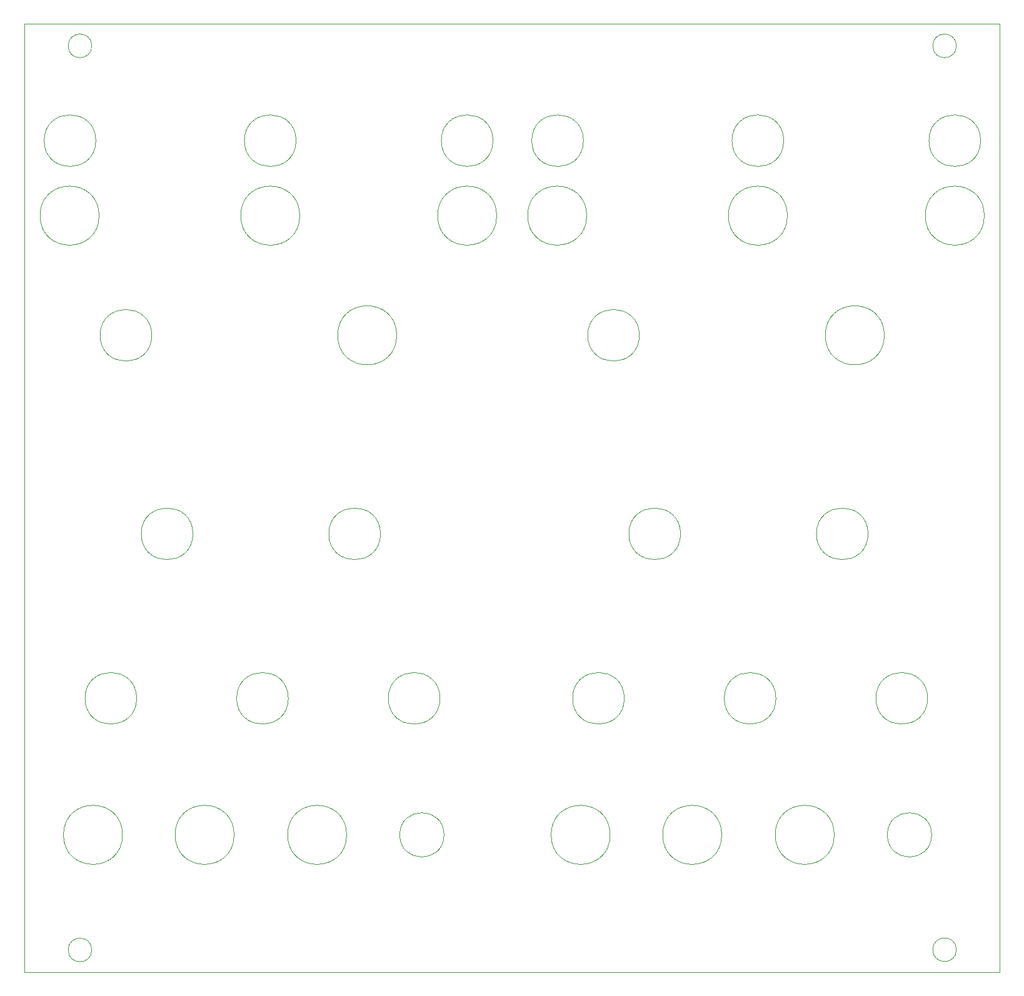
<source format=gm1>
%TF.GenerationSoftware,KiCad,Pcbnew,(5.1.12)-1*%
%TF.CreationDate,2021-11-26T16:48:14-08:00*%
%TF.ProjectId,VCF Front Pannel,56434620-4672-46f6-9e74-2050616e6e65,rev?*%
%TF.SameCoordinates,Original*%
%TF.FileFunction,Profile,NP*%
%FSLAX46Y46*%
G04 Gerber Fmt 4.6, Leading zero omitted, Abs format (unit mm)*
G04 Created by KiCad (PCBNEW (5.1.12)-1) date 2021-11-26 16:48:14*
%MOMM*%
%LPD*%
G01*
G04 APERTURE LIST*
%TA.AperFunction,Profile*%
%ADD10C,0.050000*%
%TD*%
G04 APERTURE END LIST*
D10*
X134310000Y-40640000D02*
G75*
G03*
X134310000Y-40640000I-3500000J0D01*
G01*
X160980000Y-40640000D02*
G75*
G03*
X160980000Y-40640000I-3500000J0D01*
G01*
X145740000Y-93915000D02*
G75*
G03*
X145740000Y-93915000I-3500000J0D01*
G01*
X107190000Y-40640000D02*
G75*
G03*
X107190000Y-40640000I-3500000J0D01*
G01*
X107632000Y-50800000D02*
G75*
G03*
X107632000Y-50800000I-4000000J0D01*
G01*
X134810000Y-50800000D02*
G75*
G03*
X134810000Y-50800000I-4000000J0D01*
G01*
X161480000Y-50800000D02*
G75*
G03*
X161480000Y-50800000I-4000000J0D01*
G01*
X141160000Y-134702000D02*
G75*
G03*
X141160000Y-134702000I-4000000J0D01*
G01*
X125920000Y-134702000D02*
G75*
G03*
X125920000Y-134702000I-4000000J0D01*
G01*
X110807000Y-134702000D02*
G75*
G03*
X110807000Y-134702000I-4000000J0D01*
G01*
X133260000Y-116205000D02*
G75*
G03*
X133260000Y-116205000I-3500000J0D01*
G01*
X153800000Y-116205000D02*
G75*
G03*
X153800000Y-116205000I-3500000J0D01*
G01*
X154347000Y-134702000D02*
G75*
G03*
X154347000Y-134702000I-3000000J0D01*
G01*
X112720000Y-116205000D02*
G75*
G03*
X112720000Y-116205000I-3500000J0D01*
G01*
X114767000Y-67015000D02*
G75*
G03*
X114767000Y-67015000I-3500000J0D01*
G01*
X147940000Y-67015000D02*
G75*
G03*
X147940000Y-67015000I-4000000J0D01*
G01*
X120340000Y-93915000D02*
G75*
G03*
X120340000Y-93915000I-3500000J0D01*
G01*
X94940000Y-40640000D02*
G75*
G03*
X94940000Y-40640000I-3500000J0D01*
G01*
X68270000Y-40640000D02*
G75*
G03*
X68270000Y-40640000I-3500000J0D01*
G01*
X67220000Y-116205000D02*
G75*
G03*
X67220000Y-116205000I-3500000J0D01*
G01*
X41150000Y-40640000D02*
G75*
G03*
X41150000Y-40640000I-3500000J0D01*
G01*
X79700000Y-93915000D02*
G75*
G03*
X79700000Y-93915000I-3500000J0D01*
G01*
X68770000Y-50800000D02*
G75*
G03*
X68770000Y-50800000I-4000000J0D01*
G01*
X95440000Y-50800000D02*
G75*
G03*
X95440000Y-50800000I-4000000J0D01*
G01*
X41592000Y-50800000D02*
G75*
G03*
X41592000Y-50800000I-4000000J0D01*
G01*
X87760000Y-116205000D02*
G75*
G03*
X87760000Y-116205000I-3500000J0D01*
G01*
X54300000Y-93915000D02*
G75*
G03*
X54300000Y-93915000I-3500000J0D01*
G01*
X157700000Y-27800000D02*
G75*
G03*
X157700000Y-27800000I-1600000J0D01*
G01*
X40600000Y-27800000D02*
G75*
G03*
X40600000Y-27800000I-1600000J0D01*
G01*
X40600000Y-150300000D02*
G75*
G03*
X40600000Y-150300000I-1600000J0D01*
G01*
X81900000Y-67015000D02*
G75*
G03*
X81900000Y-67015000I-4000000J0D01*
G01*
X48727000Y-67015000D02*
G75*
G03*
X48727000Y-67015000I-3500000J0D01*
G01*
X88307000Y-134702000D02*
G75*
G03*
X88307000Y-134702000I-3000000J0D01*
G01*
X75120000Y-134702000D02*
G75*
G03*
X75120000Y-134702000I-4000000J0D01*
G01*
X59880000Y-134702000D02*
G75*
G03*
X59880000Y-134702000I-4000000J0D01*
G01*
X44767000Y-134702000D02*
G75*
G03*
X44767000Y-134702000I-4000000J0D01*
G01*
X157700000Y-150266400D02*
G75*
G03*
X157700000Y-150266400I-1600000J0D01*
G01*
X46680000Y-116205000D02*
G75*
G03*
X46680000Y-116205000I-3500000J0D01*
G01*
X31500000Y-24800000D02*
X31500000Y-153300000D01*
X163580000Y-24800000D02*
X163580000Y-153300000D01*
X31500000Y-153300000D02*
X163580000Y-153300000D01*
X31500000Y-24800000D02*
X163580000Y-24800000D01*
M02*

</source>
